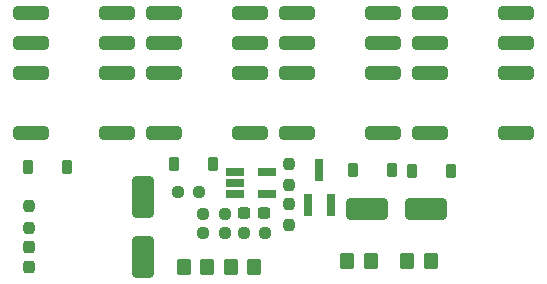
<source format=gtp>
%TF.GenerationSoftware,KiCad,Pcbnew,(7.0.0)*%
%TF.CreationDate,2023-03-20T10:58:12+01:00*%
%TF.ProjectId,Z_Brake,5a5f4272-616b-4652-9e6b-696361645f70,rev?*%
%TF.SameCoordinates,Original*%
%TF.FileFunction,Paste,Top*%
%TF.FilePolarity,Positive*%
%FSLAX46Y46*%
G04 Gerber Fmt 4.6, Leading zero omitted, Abs format (unit mm)*
G04 Created by KiCad (PCBNEW (7.0.0)) date 2023-03-20 10:58:12*
%MOMM*%
%LPD*%
G01*
G04 APERTURE LIST*
G04 Aperture macros list*
%AMRoundRect*
0 Rectangle with rounded corners*
0 $1 Rounding radius*
0 $2 $3 $4 $5 $6 $7 $8 $9 X,Y pos of 4 corners*
0 Add a 4 corners polygon primitive as box body*
4,1,4,$2,$3,$4,$5,$6,$7,$8,$9,$2,$3,0*
0 Add four circle primitives for the rounded corners*
1,1,$1+$1,$2,$3*
1,1,$1+$1,$4,$5*
1,1,$1+$1,$6,$7*
1,1,$1+$1,$8,$9*
0 Add four rect primitives between the rounded corners*
20,1,$1+$1,$2,$3,$4,$5,0*
20,1,$1+$1,$4,$5,$6,$7,0*
20,1,$1+$1,$6,$7,$8,$9,0*
20,1,$1+$1,$8,$9,$2,$3,0*%
G04 Aperture macros list end*
%ADD10RoundRect,0.237500X0.300000X0.237500X-0.300000X0.237500X-0.300000X-0.237500X0.300000X-0.237500X0*%
%ADD11RoundRect,0.225000X0.225000X0.375000X-0.225000X0.375000X-0.225000X-0.375000X0.225000X-0.375000X0*%
%ADD12RoundRect,0.237500X-0.237500X0.287500X-0.237500X-0.287500X0.237500X-0.287500X0.237500X0.287500X0*%
%ADD13RoundRect,0.250000X-1.500000X-0.650000X1.500000X-0.650000X1.500000X0.650000X-1.500000X0.650000X0*%
%ADD14R,0.800000X1.900000*%
%ADD15RoundRect,0.237500X0.250000X0.237500X-0.250000X0.237500X-0.250000X-0.237500X0.250000X-0.237500X0*%
%ADD16RoundRect,0.237500X-0.250000X-0.237500X0.250000X-0.237500X0.250000X0.237500X-0.250000X0.237500X0*%
%ADD17RoundRect,0.237500X-0.237500X0.250000X-0.237500X-0.250000X0.237500X-0.250000X0.237500X0.250000X0*%
%ADD18RoundRect,0.237500X0.237500X-0.250000X0.237500X0.250000X-0.237500X0.250000X-0.237500X-0.250000X0*%
%ADD19RoundRect,0.250000X0.350000X0.450000X-0.350000X0.450000X-0.350000X-0.450000X0.350000X-0.450000X0*%
%ADD20R,1.560000X0.650000*%
%ADD21RoundRect,0.250000X-0.650000X1.500000X-0.650000X-1.500000X0.650000X-1.500000X0.650000X1.500000X0*%
%ADD22RoundRect,0.249750X1.250250X-0.305250X1.250250X0.305250X-1.250250X0.305250X-1.250250X-0.305250X0*%
G04 APERTURE END LIST*
D10*
%TO.C,C1*%
X78350000Y-108400000D03*
X76625000Y-108400000D03*
%TD*%
D11*
%TO.C,D3*%
X89150000Y-104750000D03*
X85850000Y-104750000D03*
%TD*%
D12*
%TO.C,D4*%
X58400000Y-111212500D03*
X58400000Y-112962500D03*
%TD*%
D13*
%TO.C,D5*%
X87000000Y-108000000D03*
X92000000Y-108000000D03*
%TD*%
D14*
%TO.C,Q1*%
X82049999Y-107699999D03*
X83949999Y-107699999D03*
X82999999Y-104699999D03*
%TD*%
D15*
%TO.C,R2*%
X74978900Y-110057200D03*
X73153900Y-110057200D03*
%TD*%
D16*
%TO.C,R3*%
X70994900Y-106600000D03*
X72819900Y-106600000D03*
%TD*%
D15*
%TO.C,R4*%
X78400000Y-110050000D03*
X76575000Y-110050000D03*
%TD*%
D17*
%TO.C,R5*%
X80400000Y-104175000D03*
X80400000Y-106000000D03*
%TD*%
D18*
%TO.C,R6*%
X80400000Y-109400000D03*
X80400000Y-107575000D03*
%TD*%
%TO.C,R7*%
X58400000Y-109600000D03*
X58400000Y-107775000D03*
%TD*%
D19*
%TO.C,RV1*%
X92440000Y-112395000D03*
X90440000Y-112395000D03*
%TD*%
%TO.C,RV2*%
X87360000Y-112395000D03*
X85360000Y-112395000D03*
%TD*%
D20*
%TO.C,U1*%
X75849999Y-104849999D03*
X75849999Y-105799999D03*
X75849999Y-106749999D03*
X78549999Y-106749999D03*
X78549999Y-104849999D03*
%TD*%
D21*
%TO.C,D1*%
X68100000Y-107050000D03*
X68100000Y-112050000D03*
%TD*%
D11*
%TO.C,D2*%
X94150000Y-104775000D03*
X90850000Y-104775000D03*
%TD*%
D16*
%TO.C,R1*%
X73153900Y-108407200D03*
X74978900Y-108407200D03*
%TD*%
D22*
%TO.C,K1*%
X99645000Y-101600000D03*
X99645000Y-96520000D03*
X99645000Y-93980000D03*
X99645000Y-91440000D03*
X92355000Y-91440000D03*
X92355000Y-93980000D03*
X92355000Y-96520000D03*
X92355000Y-101600000D03*
%TD*%
%TO.C,K2*%
X88395000Y-101600000D03*
X88395000Y-96520000D03*
X88395000Y-93980000D03*
X88395000Y-91440000D03*
X81105000Y-91440000D03*
X81105000Y-93980000D03*
X81105000Y-96520000D03*
X81105000Y-101600000D03*
%TD*%
D19*
%TO.C,RV4*%
X73500000Y-112900000D03*
X71500000Y-112900000D03*
%TD*%
D22*
%TO.C,K4*%
X65850000Y-101560000D03*
X65850000Y-96480000D03*
X65850000Y-93940000D03*
X65850000Y-91400000D03*
X58560000Y-91400000D03*
X58560000Y-93940000D03*
X58560000Y-96480000D03*
X58560000Y-101560000D03*
%TD*%
D11*
%TO.C,D7*%
X73950000Y-104200000D03*
X70650000Y-104200000D03*
%TD*%
%TO.C,D6*%
X61650000Y-104500000D03*
X58350000Y-104500000D03*
%TD*%
D19*
%TO.C,RV3*%
X77500000Y-112900000D03*
X75500000Y-112900000D03*
%TD*%
D22*
%TO.C,K3*%
X77150000Y-101560000D03*
X77150000Y-96480000D03*
X77150000Y-93940000D03*
X77150000Y-91400000D03*
X69860000Y-91400000D03*
X69860000Y-93940000D03*
X69860000Y-96480000D03*
X69860000Y-101560000D03*
%TD*%
M02*

</source>
